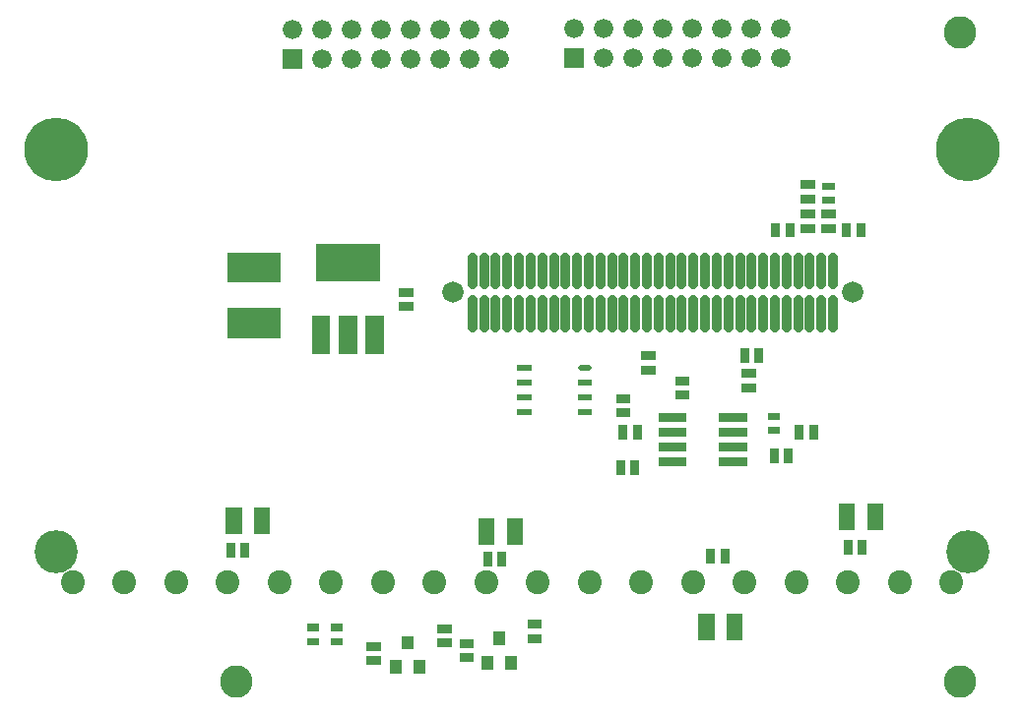
<source format=gbr>
G04 Title: RX Daughterboard, solder mask solder side *
G04 Creator: pcb-bin 1.99p *
G04 CreationDate: Tue 01 Mar 2005 01:13:31 AM GMT UTC *
G04 For: matt *
G04 Format: Gerber/RS-274X *
G04 PCB-Dimensions: 330000 250000 *
G04 PCB-Coordinate-Origin: lower left *
%MOIN*%
%FSLAX24Y24*%
%IPPOS*%
%ADD11C,0.0400*%
%ADD12C,0.0250*%
%ADD13C,0.0450*%
%ADD14C,0.0080*%
%ADD15C,0.0280*%
%ADD16C,0.0100*%
%ADD17C,0.0300*%
%ADD18C,0.0600*%
%ADD19C,0.0240*%
%ADD20R,0.0240X0.0240*%
%ADD21R,0.0440X0.0440*%
%ADD22R,0.0300X0.0300*%
%ADD23C,0.0060*%
%ADD24R,0.0480X0.0480*%
%ADD25R,0.0680X0.0680*%
%ADD26R,0.0540X0.0540*%
%ADD27R,0.0970X0.0970*%
%ADD28R,0.1170X0.1170*%
%ADD29R,0.1030X0.1030*%
%ADD30C,0.0200*%
%ADD31R,0.0560X0.0560*%
%ADD32R,0.0860X0.0860*%
%ADD33R,0.0620X0.0620*%
%ADD34R,0.1220X0.1220*%
%ADD35R,0.1520X0.1520*%
%ADD36R,0.1280X0.1280*%
%ADD37R,0.0340X0.0340*%
%ADD38R,0.0640X0.0640*%
%ADD39R,0.0400X0.0400*%
%ADD40R,0.0200X0.0200*%
%ADD41C,0.0720*%
%ADD42C,0.0920X0.0720*%
%ADD43C,0.0920*%
%ADD44C,0.0340*%
%ADD45R,0.0600X0.0600*%
%ADD46R,0.0660X0.0660*%
%ADD47R,0.0900X0.0900X0.0600X0.0600*%
%ADD48R,0.0900X0.0900*%
%ADD49C,0.0660*%
%AMTHERM1*7,0,0,0.0900,0.0600,0.0100,45*%
%ADD50THERM1*%
%ADD51C,0.0900X0.0600*%
%ADD52C,0.0900*%
%ADD53C,0.0500*%
%ADD54R,0.0500X0.0500*%
%ADD55C,0.0750*%
%ADD56C,0.0810*%
%ADD57C,0.0950X0.0750*%
%ADD58C,0.0950*%
%ADD59C,0.0125*%
%AMTHERM2*7,0,0,0.0950,0.0750,0.0125,45*%
%ADD60THERM2*%
%ADD61C,0.1400*%
%ADD62C,0.1460*%
%ADD63C,0.1600X0.1400*%
%ADD64C,0.1600*%
%ADD65C,0.2100*%
%ADD66C,0.2160*%
%AMTHERM3*7,0,0,0.2300,0.2100,0.0500,45*%
%ADD67THERM3*%
%ADD68C,0.2300X0.2100*%
%ADD69C,0.2300*%
%ADD70C,0.0150*%
%ADD71C,0.1320*%
%ADD72C,0.1100*%
%ADD73C,0.1520*%
%ADD74C,0.1520X0.1320*%
%ADD75C,0.0610*%
%ADD76C,0.0610X0.0450*%
%ADD77C,0.0160*%
%AMTHERM4*7,0,0,0.0800,0.0600,0.0160,45*%
%ADD78THERM4*%
%ADD79C,0.0800*%
%ADD80C,0.0800X0.0600*%
%AMTHERM5*7,0,0,0.0800,0.0600,0.0125,45*%
%ADD81THERM5*%
%AMTHERM6*7,0,0,0.0600,0.0400,0.0100,45*%
%ADD82THERM6*%
%ADD83C,0.0600X0.0400*%
%ADD84C,0.0360*%
%ADD85C,0.0560*%
%ADD86C,0.0560X0.0360*%
%AMTHERM7*7,0,0,0.0560,0.0360,0.0080,45*%
%ADD87THERM7*%
%LNGROUP_1*%
%LPD*%
G01X0Y0D02*
G54D22*X6810Y6040D02*Y5860D01*
X7290Y6040D02*Y5860D01*
G54D26*X6920Y7130D02*Y6770D01*
X7880Y7130D02*Y6770D01*
G54D22*X15510Y5740D02*Y5560D01*
X15990Y5740D02*Y5560D01*
G54D26*X15470Y6780D02*Y6420D01*
X16430Y6780D02*Y6420D01*
G54D22*X23060Y5840D02*Y5660D01*
X23540Y5840D02*Y5660D01*
G54D26*X22920Y3530D02*Y3170D01*
X23880Y3530D02*Y3170D01*
G54D22*X27710Y6140D02*Y5960D01*
X28190Y6140D02*Y5960D01*
G54D26*X27670Y7280D02*Y6920D01*
X28630Y7280D02*Y6920D01*
G54D22*X12660Y14690D02*X12840D01*
X12660Y14210D02*X12840D01*
G54D29*X7210Y13660D02*X7990D01*
X7210Y15540D02*X7990D01*
G54D33*X11680Y13590D02*Y12930D01*
X10780Y13590D02*Y12930D01*
X9870Y13590D02*Y12930D01*
G54D36*X10330Y15700D02*X11230D01*
G54D20*X9510Y2860D02*X9690D01*
X9510Y3340D02*X9690D01*
G54D22*X11560Y2210D02*X11740D01*
X11560Y2690D02*X11740D01*
G54D39*X13200Y2030D02*Y1970D01*
X12420Y2030D02*Y1970D01*
X12810Y2850D02*Y2790D01*
G54D22*X26060Y10040D02*Y9860D01*
X26540Y10040D02*Y9860D01*
X24210Y12640D02*Y12460D01*
X24690Y12640D02*Y12460D01*
X23500Y10450D02*X24150D01*
X23500Y9950D02*X24150D01*
X23500Y9450D02*X24150D01*
X23500Y8950D02*X24150D01*
X21450D02*X22100D01*
X21450Y9450D02*X22100D01*
X21450Y9950D02*X22100D01*
X21450Y10450D02*X22100D01*
X20860Y12060D02*X21040D01*
X20860Y12540D02*X21040D01*
X20010Y10610D02*X20190D01*
X20010Y11090D02*X20190D01*
X20010Y8840D02*Y8660D01*
X20490Y8840D02*Y8660D01*
X24260Y11460D02*X24440D01*
X24260Y11940D02*X24440D01*
X22010Y11210D02*X22190D01*
X22010Y11690D02*X22190D01*
G54D20*X25110Y10490D02*X25290D01*
X25110Y10010D02*X25290D01*
G54D44*X14999Y14428D02*Y13518D01*
X27204Y15881D02*Y14971D01*
X15786Y14428D02*Y13518D01*
X15393Y14428D02*Y13518D01*
X16180Y14428D02*Y13518D01*
X14999Y15881D02*Y14971D01*
X16574Y14428D02*Y13518D01*
X15786Y15881D02*Y14971D01*
X16967Y14428D02*Y13518D01*
X16180Y15881D02*Y14971D01*
X17361Y14428D02*Y13518D01*
X16574Y15881D02*Y14971D01*
X17755Y14428D02*Y13518D01*
X16967Y15881D02*Y14971D01*
X18148Y14428D02*Y13518D01*
X17361Y15881D02*Y14971D01*
X18542Y14428D02*Y13518D01*
X17755Y15881D02*Y14971D01*
X18936Y14428D02*Y13518D01*
X18148Y15881D02*Y14971D01*
X18542Y15881D02*Y14971D01*
X18936Y15881D02*Y14971D01*
X19330Y15881D02*Y14971D01*
X19723Y15881D02*Y14971D01*
X20117Y15881D02*Y14971D01*
X20511Y15881D02*Y14971D01*
X20904Y15881D02*Y14971D01*
X21298Y15881D02*Y14971D01*
X21692Y15881D02*Y14971D01*
X22085Y15881D02*Y14971D01*
X22479Y15881D02*Y14971D01*
X22873Y15881D02*Y14971D01*
X23267Y15881D02*Y14971D01*
X23660Y15881D02*Y14971D01*
X24054Y15881D02*Y14971D01*
X24841Y15881D02*Y14971D01*
X24448Y15881D02*Y14971D01*
X25235Y15881D02*Y14971D01*
X25629Y15881D02*Y14971D01*
X26022Y15881D02*Y14971D01*
X26416Y15881D02*Y14971D01*
X15393Y15881D02*Y14971D01*
X19330Y14428D02*Y13518D01*
X19723Y14428D02*Y13518D01*
X20117Y14428D02*Y13518D01*
X20511Y14428D02*Y13518D01*
X20904Y14428D02*Y13518D01*
X21298Y14428D02*Y13518D01*
X21692Y14428D02*Y13518D01*
X22085Y14428D02*Y13518D01*
X22479Y14428D02*Y13518D01*
X22873Y14428D02*Y13518D01*
X23267Y14428D02*Y13518D01*
X23660Y14428D02*Y13518D01*
X24054Y14428D02*Y13518D01*
X24448Y14428D02*Y13518D01*
X24841Y14428D02*Y13518D01*
X25235Y14428D02*Y13518D01*
X25629Y14428D02*Y13518D01*
X26022Y14428D02*Y13518D01*
X26416Y14428D02*Y13518D01*
X26810Y14428D02*Y13518D01*
X27204Y14428D02*Y13518D01*
X26810Y15881D02*Y14971D01*
G54D22*X25740Y16890D02*Y16710D01*
X25260Y16890D02*Y16710D01*
X27660Y16890D02*Y16710D01*
X28140Y16890D02*Y16710D01*
X17010Y2960D02*X17190D01*
X17010Y3440D02*X17190D01*
X14710Y2310D02*X14890D01*
X14710Y2790D02*X14890D01*
G54D39*X16300Y2180D02*Y2120D01*
X15520Y2180D02*Y2120D01*
X15910Y3000D02*Y2940D01*
G54D22*X13960Y2810D02*X14140D01*
X13960Y3290D02*X14140D01*
X26260Y16860D02*X26440D01*
X26260Y17340D02*X26440D01*
X26960Y16860D02*X27140D01*
X26960Y17340D02*X27140D01*
G54D30*X18660Y12150D02*X18940D01*
G54D40*X18660Y11650D02*X18940D01*
X18660Y11150D02*X18940D01*
X18660Y10650D02*X18940D01*
X16620D02*X16900D01*
X16620Y11150D02*X16900D01*
X16620Y11650D02*X16900D01*
X16620Y12150D02*X16900D01*
G54D22*X25690Y9240D02*Y9060D01*
X25210Y9240D02*Y9060D01*
X26260Y18340D02*X26440D01*
X26260Y17860D02*X26440D01*
G54D20*X26960Y18290D02*X27140D01*
X26960Y17810D02*X27140D01*
G54D22*X20580Y10040D02*Y9860D01*
X20100Y10040D02*Y9860D01*
G54D20*X10310Y3340D02*X10490D01*
X10310Y2860D02*X10490D01*
G54D41*X14330Y14700D03*
X27873D03*
G54D46*X8900Y22600D03*
G54D49*Y23600D03*
X9900Y22600D03*
Y23600D03*
X10900Y22600D03*
Y23600D03*
X11900Y22600D03*
Y23600D03*
X12900Y22600D03*
Y23600D03*
X13900Y22600D03*
Y23600D03*
X14900Y22600D03*
Y23600D03*
X15900Y22600D03*
Y23600D03*
G54D46*X18450Y22650D03*
G54D49*Y23650D03*
X19450Y22650D03*
Y23650D03*
X20450Y22650D03*
Y23650D03*
X21450Y22650D03*
Y23650D03*
X22450Y22650D03*
Y23650D03*
X23450Y22650D03*
Y23650D03*
X24450Y22650D03*
Y23650D03*
X25450Y22650D03*
Y23650D03*
G54D56*X1470Y4870D03*
X3220D03*
X4970D03*
X6720D03*
X8470D03*
X10220D03*
X11970D03*
X13720D03*
X15470D03*
X17220D03*
X18970D03*
X20720D03*
X22470D03*
X24220D03*
X25970D03*
X27720D03*
X29470D03*
X31220D03*
G54D62*X910Y5890D03*
G54D66*Y19550D03*
X31780D03*
G54D62*Y5890D03*
G54D72*X7000Y1500D03*
X31500D03*
Y23500D03*
M02*

</source>
